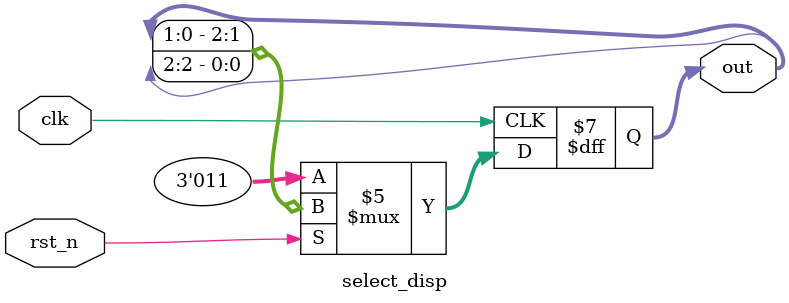
<source format=v>
module select_disp (    //选位信号
    input wire clk,       // Input clock
    input wire rst_n,     // Active low reset
    output reg [2:0] out  // 2-bit output
);

initial begin
    out = 3'b011;    // Initialize output to 1
end

always @(posedge clk) begin
    if (!rst_n) begin
        out <= 3'b011;      // Reset output to 0
    end else begin
        out <= {out[1:0], out[2]}; // Shift output left by 1
    end
end

endmodule
</source>
